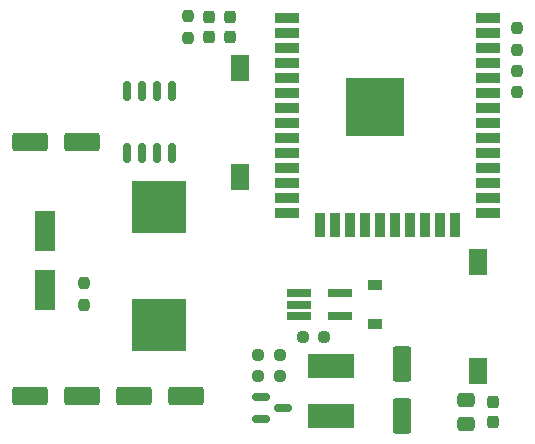
<source format=gbr>
%TF.GenerationSoftware,KiCad,Pcbnew,5.99.0-unknown-5a832fc337~130~ubuntu20.04.1*%
%TF.CreationDate,2021-06-20T17:00:02+02:00*%
%TF.ProjectId,LED-Treiber,4c45442d-5472-4656-9962-65722e6b6963,rev?*%
%TF.SameCoordinates,Original*%
%TF.FileFunction,Paste,Top*%
%TF.FilePolarity,Positive*%
%FSLAX46Y46*%
G04 Gerber Fmt 4.6, Leading zero omitted, Abs format (unit mm)*
G04 Created by KiCad (PCBNEW 5.99.0-unknown-5a832fc337~130~ubuntu20.04.1) date 2021-06-20 17:00:02*
%MOMM*%
%LPD*%
G01*
G04 APERTURE LIST*
G04 Aperture macros list*
%AMRoundRect*
0 Rectangle with rounded corners*
0 $1 Rounding radius*
0 $2 $3 $4 $5 $6 $7 $8 $9 X,Y pos of 4 corners*
0 Add a 4 corners polygon primitive as box body*
4,1,4,$2,$3,$4,$5,$6,$7,$8,$9,$2,$3,0*
0 Add four circle primitives for the rounded corners*
1,1,$1+$1,$2,$3*
1,1,$1+$1,$4,$5*
1,1,$1+$1,$6,$7*
1,1,$1+$1,$8,$9*
0 Add four rect primitives between the rounded corners*
20,1,$1+$1,$2,$3,$4,$5,0*
20,1,$1+$1,$4,$5,$6,$7,0*
20,1,$1+$1,$6,$7,$8,$9,0*
20,1,$1+$1,$8,$9,$2,$3,0*%
G04 Aperture macros list end*
%ADD10RoundRect,0.237500X0.237500X-0.250000X0.237500X0.250000X-0.237500X0.250000X-0.237500X-0.250000X0*%
%ADD11RoundRect,0.150000X0.150000X-0.675000X0.150000X0.675000X-0.150000X0.675000X-0.150000X-0.675000X0*%
%ADD12RoundRect,0.250275X-0.474725X0.337225X-0.474725X-0.337225X0.474725X-0.337225X0.474725X0.337225X0*%
%ADD13RoundRect,0.250000X1.250000X0.550000X-1.250000X0.550000X-1.250000X-0.550000X1.250000X-0.550000X0*%
%ADD14RoundRect,0.237500X0.237500X-0.300000X0.237500X0.300000X-0.237500X0.300000X-0.237500X-0.300000X0*%
%ADD15RoundRect,0.237500X0.250000X0.237500X-0.250000X0.237500X-0.250000X-0.237500X0.250000X-0.237500X0*%
%ADD16RoundRect,0.150000X-0.587500X-0.150000X0.587500X-0.150000X0.587500X0.150000X-0.587500X0.150000X0*%
%ADD17R,1.200000X0.900000*%
%ADD18R,1.800000X3.500000*%
%ADD19RoundRect,0.237500X-0.237500X0.250000X-0.237500X-0.250000X0.237500X-0.250000X0.237500X0.250000X0*%
%ADD20R,4.562100X4.462100*%
%ADD21RoundRect,0.250000X-1.250000X-0.550000X1.250000X-0.550000X1.250000X0.550000X-1.250000X0.550000X0*%
%ADD22R,2.000000X0.650000*%
%ADD23RoundRect,0.237500X-0.237500X0.300000X-0.237500X-0.300000X0.237500X-0.300000X0.237500X0.300000X0*%
%ADD24R,1.600000X2.180000*%
%ADD25R,4.000000X2.000000*%
%ADD26R,2.000000X0.900000*%
%ADD27R,0.900000X2.000000*%
%ADD28R,5.000000X5.000000*%
%ADD29RoundRect,0.250000X-0.550000X1.250000X-0.550000X-1.250000X0.550000X-1.250000X0.550000X1.250000X0*%
G04 APERTURE END LIST*
D10*
%TO.C,R1*%
X127632000Y-59627500D03*
X127632000Y-57802500D03*
%TD*%
D11*
%TO.C,U1*%
X122495000Y-69340000D03*
X123765000Y-69340000D03*
X125035000Y-69340000D03*
X126305000Y-69340000D03*
X126305000Y-64090000D03*
X125035000Y-64090000D03*
X123765000Y-64090000D03*
X122495000Y-64090000D03*
%TD*%
D12*
%TO.C,REF\u002A\u002A*%
X151200000Y-90262500D03*
X151200000Y-92337500D03*
%TD*%
D13*
%TO.C,C4*%
X127450000Y-89965000D03*
X123050000Y-89965000D03*
%TD*%
D14*
%TO.C,C7*%
X129410000Y-59577500D03*
X129410000Y-57852500D03*
%TD*%
D15*
%TO.C,R4*%
X135425000Y-86465000D03*
X133600000Y-86465000D03*
%TD*%
D16*
%TO.C,Q1*%
X133825000Y-90015000D03*
X133825000Y-91915000D03*
X135700000Y-90965000D03*
%TD*%
D17*
%TO.C,D2*%
X143500000Y-80515000D03*
X143500000Y-83815000D03*
%TD*%
D15*
%TO.C,R5*%
X135425000Y-88215000D03*
X133600000Y-88215000D03*
%TD*%
D18*
%TO.C,D1*%
X115500000Y-75965000D03*
X115500000Y-80965000D03*
%TD*%
D19*
%TO.C,R6*%
X155500000Y-62390000D03*
X155500000Y-64215000D03*
%TD*%
D20*
%TO.C,L1*%
X125150000Y-73915000D03*
X125150000Y-83915000D03*
%TD*%
D21*
%TO.C,C1*%
X114300000Y-68465000D03*
X118700000Y-68465000D03*
%TD*%
D19*
%TO.C,R2*%
X118800000Y-80387500D03*
X118800000Y-82212500D03*
%TD*%
D22*
%TO.C,U3*%
X137052500Y-81265000D03*
X137052500Y-82215000D03*
X137052500Y-83165000D03*
X140472500Y-83165000D03*
X140472500Y-81265000D03*
%TD*%
D23*
%TO.C,REF\u002A\u002A*%
X153500000Y-90437500D03*
X153500000Y-92162500D03*
%TD*%
D14*
%TO.C,C2*%
X131222000Y-59577500D03*
X131222000Y-57852500D03*
%TD*%
D24*
%TO.C,SW2*%
X152200000Y-87790000D03*
X152200000Y-78610000D03*
%TD*%
D25*
%TO.C,L2*%
X139750000Y-87415000D03*
X139750000Y-91615000D03*
%TD*%
D21*
%TO.C,C3*%
X114300000Y-89965000D03*
X118700000Y-89965000D03*
%TD*%
D24*
%TO.C,SW1*%
X132000000Y-71390000D03*
X132000000Y-62210000D03*
%TD*%
D19*
%TO.C,R7*%
X155500000Y-58802500D03*
X155500000Y-60627500D03*
%TD*%
D26*
%TO.C,U2*%
X136000000Y-57960000D03*
X136000000Y-59230000D03*
X136000000Y-60500000D03*
X136000000Y-61770000D03*
X136000000Y-63040000D03*
X136000000Y-64310000D03*
X136000000Y-65580000D03*
X136000000Y-66850000D03*
X136000000Y-68120000D03*
X136000000Y-69390000D03*
X136000000Y-70660000D03*
X136000000Y-71930000D03*
X136000000Y-73200000D03*
X136000000Y-74470000D03*
D27*
X138785000Y-75470000D03*
X140055000Y-75470000D03*
X141325000Y-75470000D03*
X142595000Y-75470000D03*
X143865000Y-75470000D03*
X145135000Y-75470000D03*
X146405000Y-75470000D03*
X147675000Y-75470000D03*
X148945000Y-75470000D03*
X150215000Y-75470000D03*
D26*
X153000000Y-74470000D03*
X153000000Y-73200000D03*
X153000000Y-71930000D03*
X153000000Y-70660000D03*
X153000000Y-69390000D03*
X153000000Y-68120000D03*
X153000000Y-66850000D03*
X153000000Y-65580000D03*
X153000000Y-64310000D03*
X153000000Y-63040000D03*
X153000000Y-61770000D03*
X153000000Y-60500000D03*
X153000000Y-59230000D03*
X153000000Y-57960000D03*
D28*
X143500000Y-65460000D03*
%TD*%
D15*
%TO.C,R3*%
X139172500Y-84930000D03*
X137347500Y-84930000D03*
%TD*%
D29*
%TO.C,C5*%
X145750000Y-87215000D03*
X145750000Y-91615000D03*
%TD*%
M02*

</source>
